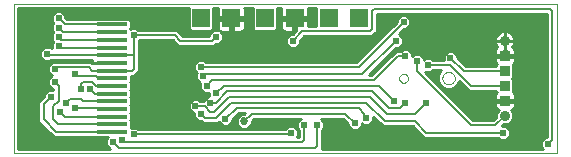
<source format=gbl>
G75*
G70*
%OFA0B0*%
%FSLAX24Y24*%
%IPPOS*%
%LPD*%
%AMOC8*
5,1,8,0,0,1.08239X$1,22.5*
%
%ADD10C,0.0000*%
%ADD11R,0.0600X0.0600*%
%ADD12R,0.0350X0.0320*%
%ADD13C,0.0350*%
%ADD14R,0.1024X0.0138*%
%ADD15C,0.0100*%
%ADD16C,0.0240*%
%ADD17C,0.0080*%
%ADD18C,0.0270*%
D10*
X004510Y003979D02*
X004510Y008969D01*
X022630Y008969D01*
X022630Y003979D01*
X004510Y003979D01*
X017363Y006479D02*
X017365Y006503D01*
X017371Y006526D01*
X017380Y006548D01*
X017393Y006568D01*
X017408Y006586D01*
X017427Y006601D01*
X017448Y006613D01*
X017470Y006621D01*
X017493Y006626D01*
X017517Y006627D01*
X017541Y006624D01*
X017563Y006617D01*
X017585Y006607D01*
X017605Y006594D01*
X017622Y006577D01*
X017636Y006558D01*
X017647Y006537D01*
X017655Y006514D01*
X017659Y006491D01*
X017659Y006467D01*
X017655Y006444D01*
X017647Y006421D01*
X017636Y006400D01*
X017622Y006381D01*
X017605Y006364D01*
X017585Y006351D01*
X017563Y006341D01*
X017541Y006334D01*
X017517Y006331D01*
X017493Y006332D01*
X017470Y006337D01*
X017448Y006345D01*
X017427Y006357D01*
X017408Y006372D01*
X017393Y006390D01*
X017380Y006410D01*
X017371Y006432D01*
X017365Y006455D01*
X017363Y006479D01*
X018801Y006479D02*
X018803Y006507D01*
X018809Y006535D01*
X018818Y006561D01*
X018831Y006587D01*
X018847Y006610D01*
X018867Y006630D01*
X018889Y006648D01*
X018913Y006663D01*
X018939Y006674D01*
X018966Y006682D01*
X018994Y006686D01*
X019022Y006686D01*
X019050Y006682D01*
X019077Y006674D01*
X019103Y006663D01*
X019127Y006648D01*
X019149Y006630D01*
X019169Y006610D01*
X019185Y006587D01*
X019198Y006561D01*
X019207Y006535D01*
X019213Y006507D01*
X019215Y006479D01*
X019213Y006451D01*
X019207Y006423D01*
X019198Y006397D01*
X019185Y006371D01*
X019169Y006348D01*
X019149Y006328D01*
X019127Y006310D01*
X019103Y006295D01*
X019077Y006284D01*
X019050Y006276D01*
X019022Y006272D01*
X018994Y006272D01*
X018966Y006276D01*
X018939Y006284D01*
X018913Y006295D01*
X018889Y006310D01*
X018867Y006328D01*
X018847Y006348D01*
X018831Y006371D01*
X018818Y006397D01*
X018809Y006423D01*
X018803Y006451D01*
X018801Y006479D01*
D11*
X016010Y008479D03*
X015010Y008479D03*
X013885Y008479D03*
X012885Y008479D03*
X011760Y008479D03*
X010760Y008479D03*
D12*
X020885Y007229D03*
X020885Y006729D03*
X020885Y006229D03*
X020885Y005729D03*
D13*
X020885Y005229D03*
X020885Y007729D03*
D14*
X007791Y007759D03*
X007791Y007503D03*
X007791Y007247D03*
X007791Y006991D03*
X007791Y006735D03*
X007791Y006479D03*
X007791Y006224D03*
X007791Y005968D03*
X007791Y005712D03*
X007791Y005456D03*
X007791Y005200D03*
X007791Y004944D03*
X007791Y004688D03*
X007791Y008015D03*
X007791Y008271D03*
D15*
X007234Y008450D02*
X007225Y008441D01*
X006289Y008441D01*
X006240Y008490D01*
X006240Y008575D01*
X006105Y008709D01*
X005914Y008709D01*
X005780Y008575D01*
X005780Y008384D01*
X005840Y008323D01*
X005780Y008262D01*
X005780Y008072D01*
X005840Y008011D01*
X005780Y007950D01*
X005780Y007759D01*
X005840Y007698D01*
X005780Y007637D01*
X005780Y007472D01*
X005730Y007522D01*
X005539Y007522D01*
X005405Y007387D01*
X005405Y007197D01*
X005539Y007062D01*
X005730Y007062D01*
X005745Y007077D01*
X007129Y007077D01*
X007129Y006991D01*
X007129Y006975D01*
X007080Y007024D01*
X005877Y007024D01*
X005874Y007022D01*
X005789Y007022D01*
X005655Y006887D01*
X005655Y006697D01*
X005778Y006573D01*
X005655Y006450D01*
X005655Y006259D01*
X005789Y006124D01*
X005840Y006124D01*
X005840Y006084D01*
X005664Y006084D01*
X005530Y005950D01*
X005530Y005865D01*
X005340Y005675D01*
X005340Y005034D01*
X005439Y004934D01*
X005756Y004618D01*
X005855Y004518D01*
X007225Y004518D01*
X007234Y004509D01*
X007652Y004509D01*
X007592Y004450D01*
X007592Y004259D01*
X007722Y004129D01*
X004660Y004129D01*
X004660Y008819D01*
X010350Y008819D01*
X010350Y008134D01*
X010414Y008069D01*
X011105Y008069D01*
X011170Y008134D01*
X011170Y008819D01*
X011315Y008819D01*
X011310Y008799D01*
X011310Y008529D01*
X011710Y008529D01*
X011710Y008429D01*
X011810Y008429D01*
X011810Y008529D01*
X012210Y008529D01*
X012210Y008799D01*
X012204Y008819D01*
X012475Y008819D01*
X012475Y008134D01*
X012539Y008069D01*
X013230Y008069D01*
X013295Y008134D01*
X013295Y008819D01*
X013440Y008819D01*
X013435Y008799D01*
X013435Y008529D01*
X013835Y008529D01*
X013835Y008429D01*
X013935Y008429D01*
X013935Y008529D01*
X014335Y008529D01*
X014335Y008799D01*
X014329Y008819D01*
X014600Y008819D01*
X014600Y008212D01*
X014335Y008212D01*
X014335Y008429D01*
X013935Y008429D01*
X013935Y008082D01*
X013812Y007959D01*
X013727Y007959D01*
X013592Y007825D01*
X013592Y007634D01*
X013727Y007499D01*
X013917Y007499D01*
X014052Y007634D01*
X014052Y007719D01*
X014205Y007872D01*
X016455Y007872D01*
X016555Y007972D01*
X016617Y008034D01*
X016617Y008622D01*
X022277Y008622D01*
X022277Y004522D01*
X022227Y004522D01*
X022092Y004387D01*
X022092Y004197D01*
X022159Y004129D01*
X014775Y004129D01*
X014805Y004159D01*
X014805Y004762D01*
X014865Y004822D01*
X014865Y005012D01*
X014755Y005122D01*
X015502Y005122D01*
X015655Y004969D01*
X015655Y004884D01*
X015789Y004749D01*
X015980Y004749D01*
X016115Y004884D01*
X016115Y004987D01*
X016164Y004937D01*
X016355Y004937D01*
X016490Y005072D01*
X016490Y005197D01*
X016715Y004972D01*
X016814Y004872D01*
X017814Y004872D01*
X018090Y004597D01*
X018090Y004597D01*
X018189Y004497D01*
X020667Y004497D01*
X020727Y004437D01*
X020917Y004437D01*
X021052Y004572D01*
X021052Y004762D01*
X020917Y004897D01*
X020792Y004897D01*
X020840Y004944D01*
X020941Y004944D01*
X021046Y004988D01*
X021126Y005068D01*
X021170Y005173D01*
X021170Y005286D01*
X021126Y005391D01*
X021094Y005423D01*
X021117Y005430D01*
X021152Y005449D01*
X021180Y005477D01*
X021199Y005512D01*
X021210Y005550D01*
X021210Y005699D01*
X020915Y005699D01*
X020915Y005759D01*
X021210Y005759D01*
X021210Y005909D01*
X021199Y005947D01*
X021180Y005982D01*
X021153Y006008D01*
X021170Y006024D01*
X021170Y006435D01*
X021125Y006479D01*
X021170Y006524D01*
X021170Y006935D01*
X021153Y006951D01*
X021180Y006977D01*
X021199Y007012D01*
X021210Y007050D01*
X021210Y007199D01*
X020915Y007199D01*
X020915Y007259D01*
X021210Y007259D01*
X021210Y007409D01*
X021199Y007447D01*
X021180Y007482D01*
X021152Y007510D01*
X021134Y007520D01*
X021137Y007522D01*
X021173Y007576D01*
X021197Y007635D01*
X021210Y007697D01*
X021210Y007729D01*
X020885Y007729D01*
X020885Y007730D01*
X020885Y007730D01*
X020885Y008054D01*
X020917Y008054D01*
X020979Y008042D01*
X021038Y008018D01*
X021092Y007982D01*
X021137Y007937D01*
X021173Y007883D01*
X021197Y007824D01*
X021210Y007762D01*
X021210Y007730D01*
X020885Y007730D01*
X020885Y008054D01*
X020853Y008054D01*
X020790Y008042D01*
X020731Y008018D01*
X020677Y007982D01*
X020632Y007937D01*
X020597Y007883D01*
X020572Y007824D01*
X020560Y007762D01*
X020560Y007730D01*
X020885Y007730D01*
X020885Y007729D01*
X020885Y007404D01*
X020915Y007404D01*
X020915Y007260D01*
X020855Y007260D01*
X020855Y007404D01*
X020885Y007404D01*
X020885Y007729D01*
X020885Y007729D01*
X020560Y007729D01*
X020560Y007697D01*
X020572Y007635D01*
X020597Y007576D01*
X020632Y007522D01*
X020635Y007520D01*
X020617Y007510D01*
X020589Y007482D01*
X020570Y007447D01*
X020560Y007409D01*
X020560Y007259D01*
X020855Y007259D01*
X020855Y007199D01*
X020560Y007199D01*
X020560Y007050D01*
X020570Y007012D01*
X020589Y006977D01*
X020616Y006951D01*
X020600Y006935D01*
X020600Y006899D01*
X019580Y006899D01*
X019302Y007177D01*
X019302Y007262D01*
X019167Y007397D01*
X018977Y007397D01*
X018842Y007262D01*
X018842Y007087D01*
X018477Y007087D01*
X018417Y007147D01*
X018227Y007147D01*
X018177Y007097D01*
X018177Y007137D01*
X018042Y007272D01*
X017852Y007272D01*
X017802Y007222D01*
X017802Y007325D01*
X017667Y007459D01*
X017477Y007459D01*
X017417Y007399D01*
X017252Y007399D01*
X017152Y007300D01*
X016439Y006587D01*
X016357Y006587D01*
X017270Y007499D01*
X017355Y007499D01*
X017490Y007634D01*
X017490Y007825D01*
X017355Y007959D01*
X017520Y008124D01*
X017605Y008124D01*
X017740Y008259D01*
X017740Y008450D01*
X017605Y008584D01*
X017414Y008584D01*
X017280Y008450D01*
X017280Y008365D01*
X015939Y007024D01*
X010915Y007024D01*
X010855Y007084D01*
X010664Y007084D01*
X010530Y006950D01*
X010530Y006759D01*
X010622Y006667D01*
X010592Y006637D01*
X010592Y006447D01*
X010717Y006322D01*
X010717Y006134D01*
X010852Y005999D01*
X011030Y005999D01*
X011030Y005897D01*
X010977Y005897D01*
X010842Y005762D01*
X010842Y005712D01*
X010727Y005712D01*
X010667Y005772D01*
X010477Y005772D01*
X010342Y005637D01*
X010342Y005447D01*
X010477Y005312D01*
X010530Y005312D01*
X010530Y005197D01*
X010664Y005062D01*
X010749Y005062D01*
X010814Y004997D01*
X011330Y004997D01*
X011342Y005009D01*
X011477Y004874D01*
X011667Y004874D01*
X011802Y005009D01*
X011802Y005094D01*
X012017Y005309D01*
X012224Y005309D01*
X012202Y005287D01*
X012148Y005287D01*
X012058Y005250D01*
X011989Y005181D01*
X011952Y005091D01*
X011952Y004993D01*
X011989Y004903D01*
X012058Y004834D01*
X012148Y004797D01*
X012246Y004797D01*
X012336Y004834D01*
X012405Y004903D01*
X012442Y004993D01*
X012442Y005047D01*
X012517Y005122D01*
X014077Y005122D01*
X013967Y005012D01*
X013967Y004822D01*
X014027Y004762D01*
X014027Y004524D01*
X013942Y004524D01*
X013990Y004572D01*
X013990Y004762D01*
X013855Y004897D01*
X013664Y004897D01*
X013542Y004774D01*
X008665Y004774D01*
X008605Y004834D01*
X008414Y004834D01*
X008413Y004833D01*
X008413Y005059D01*
X008399Y005072D01*
X008413Y005086D01*
X008413Y005314D01*
X008399Y005328D01*
X008413Y005341D01*
X008413Y005570D01*
X008399Y005584D01*
X008413Y005597D01*
X008413Y005826D01*
X008399Y005840D01*
X008413Y005853D01*
X008413Y006082D01*
X008399Y006096D01*
X008413Y006109D01*
X008413Y006338D01*
X008399Y006352D01*
X008413Y006365D01*
X008413Y006559D01*
X008517Y006559D01*
X008580Y006622D01*
X008680Y006722D01*
X008680Y007747D01*
X009814Y007747D01*
X010002Y007559D01*
X011205Y007559D01*
X011270Y007624D01*
X011355Y007624D01*
X011490Y007759D01*
X011490Y007950D01*
X011397Y008043D01*
X011402Y008040D01*
X011440Y008029D01*
X011710Y008029D01*
X011710Y008429D01*
X011310Y008429D01*
X011310Y008160D01*
X011320Y008122D01*
X011339Y008087D01*
X011342Y008084D01*
X011164Y008084D01*
X011030Y007950D01*
X011030Y007899D01*
X010142Y007899D01*
X010055Y007987D01*
X009955Y008087D01*
X008665Y008087D01*
X008605Y008147D01*
X008414Y008147D01*
X008405Y008137D01*
X008399Y008143D01*
X008413Y008156D01*
X008413Y008385D01*
X008348Y008450D01*
X007234Y008450D01*
X006240Y008511D02*
X010350Y008511D01*
X010350Y008609D02*
X006205Y008609D01*
X006107Y008708D02*
X010350Y008708D01*
X010350Y008806D02*
X004660Y008806D01*
X004660Y008708D02*
X005912Y008708D01*
X005814Y008609D02*
X004660Y008609D01*
X004660Y008511D02*
X005780Y008511D01*
X005780Y008412D02*
X004660Y008412D01*
X004660Y008314D02*
X005831Y008314D01*
X005780Y008215D02*
X004660Y008215D01*
X004660Y008117D02*
X005780Y008117D01*
X005833Y008018D02*
X004660Y008018D01*
X004660Y007920D02*
X005780Y007920D01*
X005780Y007821D02*
X004660Y007821D01*
X004660Y007723D02*
X005816Y007723D01*
X005780Y007624D02*
X004660Y007624D01*
X004660Y007526D02*
X005780Y007526D01*
X005444Y007427D02*
X004660Y007427D01*
X004660Y007329D02*
X005405Y007329D01*
X005405Y007230D02*
X004660Y007230D01*
X004660Y007132D02*
X005470Y007132D01*
X005702Y006935D02*
X004660Y006935D01*
X004660Y007033D02*
X007129Y007033D01*
X007129Y006991D02*
X007791Y006991D01*
X007129Y006991D01*
X007791Y006991D02*
X007791Y006991D01*
X008413Y006541D02*
X010592Y006541D01*
X010594Y006639D02*
X008597Y006639D01*
X008680Y006738D02*
X010551Y006738D01*
X010530Y006836D02*
X008680Y006836D01*
X008680Y006935D02*
X010530Y006935D01*
X010613Y007033D02*
X008680Y007033D01*
X008680Y007132D02*
X016046Y007132D01*
X016145Y007230D02*
X008680Y007230D01*
X008680Y007329D02*
X016243Y007329D01*
X016342Y007427D02*
X008680Y007427D01*
X008680Y007526D02*
X013701Y007526D01*
X013602Y007624D02*
X011269Y007624D01*
X011453Y007723D02*
X013592Y007723D01*
X013592Y007821D02*
X011490Y007821D01*
X011490Y007920D02*
X013687Y007920D01*
X013565Y008029D02*
X013835Y008029D01*
X013835Y008429D01*
X013435Y008429D01*
X013435Y008160D01*
X013445Y008122D01*
X013464Y008087D01*
X013492Y008059D01*
X013527Y008040D01*
X013565Y008029D01*
X013448Y008117D02*
X013277Y008117D01*
X013295Y008215D02*
X013435Y008215D01*
X013435Y008314D02*
X013295Y008314D01*
X013295Y008412D02*
X013435Y008412D01*
X013295Y008511D02*
X013835Y008511D01*
X013835Y008412D02*
X013935Y008412D01*
X013935Y008314D02*
X013835Y008314D01*
X013835Y008215D02*
X013935Y008215D01*
X013935Y008117D02*
X013835Y008117D01*
X013870Y008018D02*
X011421Y008018D01*
X011323Y008117D02*
X011152Y008117D01*
X011170Y008215D02*
X011310Y008215D01*
X011310Y008314D02*
X011170Y008314D01*
X011170Y008412D02*
X011310Y008412D01*
X011170Y008511D02*
X011710Y008511D01*
X011710Y008412D02*
X011810Y008412D01*
X011810Y008429D02*
X011810Y008029D01*
X012079Y008029D01*
X012117Y008040D01*
X012152Y008059D01*
X012180Y008087D01*
X012199Y008122D01*
X012210Y008160D01*
X012210Y008429D01*
X011810Y008429D01*
X011810Y008511D02*
X012475Y008511D01*
X012475Y008609D02*
X012210Y008609D01*
X012210Y008708D02*
X012475Y008708D01*
X012475Y008806D02*
X012208Y008806D01*
X012210Y008412D02*
X012475Y008412D01*
X012475Y008314D02*
X012210Y008314D01*
X012210Y008215D02*
X012475Y008215D01*
X012492Y008117D02*
X012196Y008117D01*
X011810Y008117D02*
X011710Y008117D01*
X011710Y008215D02*
X011810Y008215D01*
X011810Y008314D02*
X011710Y008314D01*
X011310Y008609D02*
X011170Y008609D01*
X011170Y008708D02*
X011310Y008708D01*
X011311Y008806D02*
X011170Y008806D01*
X010350Y008412D02*
X008386Y008412D01*
X008413Y008314D02*
X010350Y008314D01*
X010350Y008215D02*
X008413Y008215D01*
X008635Y008117D02*
X010367Y008117D01*
X010024Y008018D02*
X011098Y008018D01*
X011030Y007920D02*
X010122Y007920D01*
X009839Y007723D02*
X008680Y007723D01*
X008680Y007624D02*
X009937Y007624D01*
X010906Y007033D02*
X015948Y007033D01*
X016508Y006738D02*
X016590Y006738D01*
X016606Y006836D02*
X016688Y006836D01*
X016705Y006935D02*
X016787Y006935D01*
X016803Y007033D02*
X016885Y007033D01*
X016902Y007132D02*
X016984Y007132D01*
X017000Y007230D02*
X017082Y007230D01*
X017099Y007329D02*
X017181Y007329D01*
X017197Y007427D02*
X017444Y007427D01*
X017381Y007526D02*
X020630Y007526D01*
X020576Y007624D02*
X017479Y007624D01*
X017490Y007723D02*
X020560Y007723D01*
X020571Y007821D02*
X017490Y007821D01*
X017395Y007920D02*
X020621Y007920D01*
X020732Y008018D02*
X017413Y008018D01*
X017512Y008117D02*
X022277Y008117D01*
X022277Y008215D02*
X017695Y008215D01*
X017740Y008314D02*
X022277Y008314D01*
X022277Y008412D02*
X017740Y008412D01*
X017679Y008511D02*
X022277Y008511D01*
X022277Y008609D02*
X016617Y008609D01*
X016617Y008511D02*
X017340Y008511D01*
X017280Y008412D02*
X016617Y008412D01*
X016617Y008314D02*
X017228Y008314D01*
X017130Y008215D02*
X016617Y008215D01*
X016617Y008117D02*
X017031Y008117D01*
X016933Y008018D02*
X016601Y008018D01*
X016502Y007920D02*
X016834Y007920D01*
X016736Y007821D02*
X014154Y007821D01*
X014055Y007723D02*
X016637Y007723D01*
X016539Y007624D02*
X014042Y007624D01*
X013943Y007526D02*
X016440Y007526D01*
X017700Y007427D02*
X020564Y007427D01*
X020560Y007329D02*
X019236Y007329D01*
X019302Y007230D02*
X020855Y007230D01*
X020915Y007230D02*
X022277Y007230D01*
X022277Y007132D02*
X021210Y007132D01*
X021205Y007033D02*
X022277Y007033D01*
X022277Y006935D02*
X021170Y006935D01*
X021170Y006836D02*
X022277Y006836D01*
X022277Y006738D02*
X021170Y006738D01*
X021170Y006639D02*
X022277Y006639D01*
X022277Y006541D02*
X021170Y006541D01*
X021163Y006442D02*
X022277Y006442D01*
X022277Y006344D02*
X021170Y006344D01*
X021170Y006245D02*
X022277Y006245D01*
X022277Y006147D02*
X021170Y006147D01*
X021170Y006048D02*
X022277Y006048D01*
X022277Y005950D02*
X021198Y005950D01*
X021210Y005851D02*
X022277Y005851D01*
X022277Y005753D02*
X020915Y005753D01*
X020855Y005753D02*
X019164Y005753D01*
X019066Y005851D02*
X020560Y005851D01*
X020560Y005909D02*
X020560Y005759D01*
X020855Y005759D01*
X020855Y005699D01*
X020560Y005699D01*
X020560Y005550D01*
X020570Y005512D01*
X020589Y005477D01*
X020617Y005449D01*
X020652Y005430D01*
X020675Y005423D01*
X020643Y005391D01*
X020600Y005286D01*
X020600Y005185D01*
X020502Y005087D01*
X019830Y005087D01*
X018230Y006687D01*
X018417Y006687D01*
X018477Y006747D01*
X018771Y006747D01*
X018705Y006682D01*
X018651Y006550D01*
X018651Y006409D01*
X018705Y006277D01*
X018805Y006177D01*
X018937Y006123D01*
X019078Y006123D01*
X019210Y006177D01*
X019310Y006277D01*
X019357Y006391D01*
X019590Y006159D01*
X019689Y006059D01*
X020600Y006059D01*
X020600Y006024D01*
X020616Y006008D01*
X020589Y005982D01*
X020570Y005947D01*
X020560Y005909D01*
X020571Y005950D02*
X018967Y005950D01*
X018869Y006048D02*
X020600Y006048D01*
X020560Y005654D02*
X019263Y005654D01*
X019361Y005556D02*
X020560Y005556D01*
X020610Y005457D02*
X019460Y005457D01*
X019558Y005359D02*
X020629Y005359D01*
X020600Y005260D02*
X019657Y005260D01*
X019755Y005161D02*
X020576Y005161D01*
X020989Y004964D02*
X022277Y004964D01*
X022277Y004866D02*
X020948Y004866D01*
X021047Y004767D02*
X022277Y004767D01*
X022277Y004669D02*
X021052Y004669D01*
X021051Y004570D02*
X022277Y004570D01*
X022177Y004472D02*
X020952Y004472D01*
X020692Y004472D02*
X014805Y004472D01*
X014805Y004570D02*
X018116Y004570D01*
X018017Y004669D02*
X014805Y004669D01*
X014810Y004767D02*
X015771Y004767D01*
X015673Y004866D02*
X014865Y004866D01*
X014865Y004964D02*
X015655Y004964D01*
X015561Y005063D02*
X014814Y005063D01*
X014018Y005063D02*
X012458Y005063D01*
X012430Y004964D02*
X013967Y004964D01*
X013967Y004866D02*
X013886Y004866D01*
X013984Y004767D02*
X014021Y004767D01*
X014027Y004669D02*
X013990Y004669D01*
X013988Y004570D02*
X014027Y004570D01*
X013633Y004866D02*
X012367Y004866D01*
X012027Y004866D02*
X008413Y004866D01*
X008413Y004964D02*
X011387Y004964D01*
X011757Y004964D02*
X011964Y004964D01*
X011952Y005063D02*
X011802Y005063D01*
X011869Y005161D02*
X011981Y005161D01*
X011968Y005260D02*
X012083Y005260D01*
X011030Y005950D02*
X008413Y005950D01*
X008413Y006048D02*
X010803Y006048D01*
X010717Y006147D02*
X008413Y006147D01*
X008413Y006245D02*
X010717Y006245D01*
X010695Y006344D02*
X008407Y006344D01*
X008413Y006442D02*
X010597Y006442D01*
X010931Y005851D02*
X008411Y005851D01*
X008413Y005753D02*
X010457Y005753D01*
X010359Y005654D02*
X008413Y005654D01*
X008413Y005556D02*
X010342Y005556D01*
X010342Y005457D02*
X008413Y005457D01*
X008413Y005359D02*
X010430Y005359D01*
X010530Y005260D02*
X008413Y005260D01*
X008413Y005161D02*
X010565Y005161D01*
X010663Y005063D02*
X008408Y005063D01*
X007614Y004472D02*
X004660Y004472D01*
X004660Y004570D02*
X005803Y004570D01*
X005705Y004669D02*
X004660Y004669D01*
X004660Y004767D02*
X005606Y004767D01*
X005508Y004866D02*
X004660Y004866D01*
X004660Y004964D02*
X005409Y004964D01*
X005340Y005063D02*
X004660Y005063D01*
X004660Y005161D02*
X005340Y005161D01*
X005340Y005260D02*
X004660Y005260D01*
X004660Y005359D02*
X005340Y005359D01*
X005340Y005457D02*
X004660Y005457D01*
X004660Y005556D02*
X005340Y005556D01*
X005340Y005654D02*
X004660Y005654D01*
X004660Y005753D02*
X005417Y005753D01*
X005516Y005851D02*
X004660Y005851D01*
X004660Y005950D02*
X005530Y005950D01*
X005628Y006048D02*
X004660Y006048D01*
X004660Y006147D02*
X005767Y006147D01*
X005669Y006245D02*
X004660Y006245D01*
X004660Y006344D02*
X005655Y006344D01*
X005655Y006442D02*
X004660Y006442D01*
X004660Y006541D02*
X005745Y006541D01*
X005712Y006639D02*
X004660Y006639D01*
X004660Y006738D02*
X005655Y006738D01*
X005655Y006836D02*
X004660Y006836D01*
X004660Y004373D02*
X007592Y004373D01*
X007592Y004275D02*
X004660Y004275D01*
X004660Y004176D02*
X007675Y004176D01*
X010687Y005753D02*
X010842Y005753D01*
X014335Y008215D02*
X014600Y008215D01*
X014600Y008314D02*
X014335Y008314D01*
X014335Y008412D02*
X014600Y008412D01*
X014600Y008511D02*
X013935Y008511D01*
X014335Y008609D02*
X014600Y008609D01*
X014600Y008708D02*
X014335Y008708D01*
X014333Y008806D02*
X014600Y008806D01*
X013436Y008806D02*
X013295Y008806D01*
X013295Y008708D02*
X013435Y008708D01*
X013435Y008609D02*
X013295Y008609D01*
X016409Y006639D02*
X016491Y006639D01*
X017802Y007230D02*
X017810Y007230D01*
X017798Y007329D02*
X018908Y007329D01*
X018842Y007230D02*
X018084Y007230D01*
X018177Y007132D02*
X018211Y007132D01*
X018433Y007132D02*
X018842Y007132D01*
X018761Y006738D02*
X018468Y006738D01*
X018278Y006639D02*
X018688Y006639D01*
X018651Y006541D02*
X018376Y006541D01*
X018475Y006442D02*
X018651Y006442D01*
X018678Y006344D02*
X018573Y006344D01*
X018672Y006245D02*
X018738Y006245D01*
X018770Y006147D02*
X018879Y006147D01*
X019136Y006147D02*
X019602Y006147D01*
X019590Y006159D02*
X019590Y006159D01*
X019504Y006245D02*
X019277Y006245D01*
X019337Y006344D02*
X019405Y006344D01*
X019545Y006935D02*
X020600Y006935D01*
X020564Y007033D02*
X019446Y007033D01*
X019348Y007132D02*
X020560Y007132D01*
X020855Y007329D02*
X020915Y007329D01*
X020885Y007427D02*
X020885Y007427D01*
X020885Y007526D02*
X020885Y007526D01*
X020885Y007624D02*
X020885Y007624D01*
X020885Y007723D02*
X020885Y007723D01*
X020885Y007821D02*
X020885Y007821D01*
X020885Y007920D02*
X020885Y007920D01*
X020885Y008018D02*
X020885Y008018D01*
X021037Y008018D02*
X022277Y008018D01*
X022277Y007920D02*
X021148Y007920D01*
X021198Y007821D02*
X022277Y007821D01*
X022277Y007723D02*
X021210Y007723D01*
X021193Y007624D02*
X022277Y007624D01*
X022277Y007526D02*
X021139Y007526D01*
X021205Y007427D02*
X022277Y007427D01*
X022277Y007329D02*
X021210Y007329D01*
X021210Y005654D02*
X022277Y005654D01*
X022277Y005556D02*
X021210Y005556D01*
X021159Y005457D02*
X022277Y005457D01*
X022277Y005359D02*
X021140Y005359D01*
X021170Y005260D02*
X022277Y005260D01*
X022277Y005161D02*
X021165Y005161D01*
X021121Y005063D02*
X022277Y005063D01*
X022092Y004373D02*
X014805Y004373D01*
X014805Y004275D02*
X022092Y004275D01*
X022112Y004176D02*
X014805Y004176D01*
X015998Y004767D02*
X017919Y004767D01*
X017820Y004866D02*
X016096Y004866D01*
X016115Y004964D02*
X016137Y004964D01*
X016382Y004964D02*
X016722Y004964D01*
X016623Y005063D02*
X016481Y005063D01*
X016490Y005161D02*
X016525Y005161D01*
D16*
X016260Y005167D03*
X015885Y004979D03*
X017197Y005729D03*
X017572Y005667D03*
X018260Y005667D03*
X018322Y006917D03*
X017947Y007042D03*
X017572Y007229D03*
X017260Y007729D03*
X016760Y007979D03*
X017510Y008354D03*
X018260Y008354D03*
X019510Y007729D03*
X019072Y007167D03*
X020760Y008479D03*
X021197Y008417D03*
X020385Y005292D03*
X020822Y004667D03*
X021510Y004792D03*
X022322Y004292D03*
X014635Y004917D03*
X014197Y004917D03*
X013822Y004979D03*
X013760Y004667D03*
X011572Y005104D03*
X010760Y005292D03*
X010572Y005542D03*
X011072Y005667D03*
X011260Y005979D03*
X010947Y006229D03*
X010822Y006542D03*
X010760Y006854D03*
X011885Y007354D03*
X011260Y007854D03*
X010510Y007979D03*
X008510Y007917D03*
X007135Y008729D03*
X006010Y008479D03*
X006010Y008167D03*
X006010Y007854D03*
X006010Y007542D03*
X005635Y007292D03*
X005197Y007292D03*
X005885Y006792D03*
X005885Y006354D03*
X005760Y005854D03*
X006260Y005667D03*
X006572Y005479D03*
X006072Y005354D03*
X006760Y006104D03*
X007072Y006104D03*
X006572Y006604D03*
X008697Y005292D03*
X008510Y004604D03*
X008135Y004417D03*
X007822Y004354D03*
X013510Y007729D03*
X013822Y007729D03*
D17*
X014135Y008042D01*
X016385Y008042D01*
X016447Y008104D01*
X016447Y008729D01*
X016510Y008792D01*
X022385Y008792D01*
X022447Y008729D01*
X022447Y004417D01*
X022322Y004292D01*
X020885Y005229D02*
X020572Y004917D01*
X019760Y004917D01*
X017947Y006729D01*
X017947Y007042D01*
X017572Y007229D02*
X017322Y007229D01*
X016510Y006417D01*
X011135Y006417D01*
X010947Y006229D01*
X011260Y005979D02*
X011510Y006229D01*
X016697Y006229D01*
X017197Y005729D01*
X017010Y005479D02*
X017385Y005479D01*
X017572Y005667D01*
X017885Y005292D02*
X016947Y005292D01*
X016385Y005854D01*
X011697Y005854D01*
X011197Y005354D01*
X011072Y005354D01*
X010885Y005542D01*
X010572Y005542D01*
X010760Y005292D02*
X010885Y005167D01*
X011260Y005167D01*
X011760Y005667D01*
X016260Y005667D01*
X016885Y005042D01*
X017885Y005042D01*
X018260Y004667D01*
X020822Y004667D01*
X020885Y006229D02*
X019760Y006229D01*
X019072Y006917D01*
X018322Y006917D01*
X019072Y007167D02*
X019510Y006729D01*
X020885Y006729D01*
X018260Y005667D02*
X017885Y005292D01*
X017010Y005479D02*
X016447Y006042D01*
X011635Y006042D01*
X011260Y005667D01*
X011072Y005667D01*
X011572Y005104D02*
X011947Y005479D01*
X016010Y005479D01*
X016197Y005292D01*
X016197Y005229D01*
X016260Y005167D01*
X015885Y004979D02*
X015572Y005292D01*
X012447Y005292D01*
X012197Y005042D01*
X013697Y004604D02*
X013760Y004667D01*
X013697Y004604D02*
X008510Y004604D01*
X008197Y004354D02*
X008135Y004417D01*
X008197Y004354D02*
X014135Y004354D01*
X014197Y004417D01*
X014197Y004917D01*
X014635Y004917D02*
X014635Y004229D01*
X014572Y004167D01*
X008010Y004167D01*
X007822Y004354D01*
X007791Y004688D02*
X005926Y004688D01*
X005510Y005104D01*
X005510Y005604D01*
X005760Y005854D01*
X006010Y005729D02*
X006010Y006229D01*
X005885Y006354D01*
X005885Y006792D02*
X005947Y006854D01*
X007010Y006854D01*
X007129Y006735D01*
X007791Y006735D01*
X007797Y006729D01*
X008447Y006729D01*
X008510Y006792D01*
X008510Y007229D01*
X008492Y007247D01*
X007791Y007247D01*
X005679Y007247D01*
X005635Y007292D01*
X006010Y007542D02*
X006048Y007503D01*
X007791Y007503D01*
X007791Y007759D02*
X006105Y007759D01*
X006010Y007854D01*
X006162Y008015D02*
X007791Y008015D01*
X007791Y008271D02*
X006218Y008271D01*
X006010Y008479D01*
X006010Y008167D02*
X006162Y008015D01*
X006572Y006604D02*
X006635Y006542D01*
X007260Y006542D01*
X007322Y006479D01*
X007791Y006479D01*
X007785Y006229D02*
X007760Y006229D01*
X007765Y006224D01*
X007791Y006224D01*
X007760Y006229D02*
X007260Y006229D01*
X007135Y006354D01*
X006822Y006354D01*
X006760Y006292D01*
X006760Y006104D01*
X007072Y006104D02*
X007209Y005968D01*
X007791Y005968D01*
X007791Y005712D02*
X006840Y005712D01*
X006760Y005792D01*
X006385Y005792D01*
X006260Y005667D01*
X006304Y005712D01*
X006010Y005729D02*
X005822Y005542D01*
X005822Y005104D01*
X005982Y004944D01*
X007791Y004944D01*
X007791Y005200D02*
X006227Y005200D01*
X006072Y005354D01*
X006572Y005479D02*
X007767Y005479D01*
X007791Y005456D01*
X008510Y007229D02*
X008510Y007917D01*
X009885Y007917D01*
X010072Y007729D01*
X011135Y007729D01*
X011260Y007854D01*
X010760Y006854D02*
X016010Y006854D01*
X017510Y008354D01*
X017260Y007729D02*
X016135Y006604D01*
X010885Y006604D01*
X010822Y006542D01*
D18*
X012197Y005042D03*
M02*

</source>
